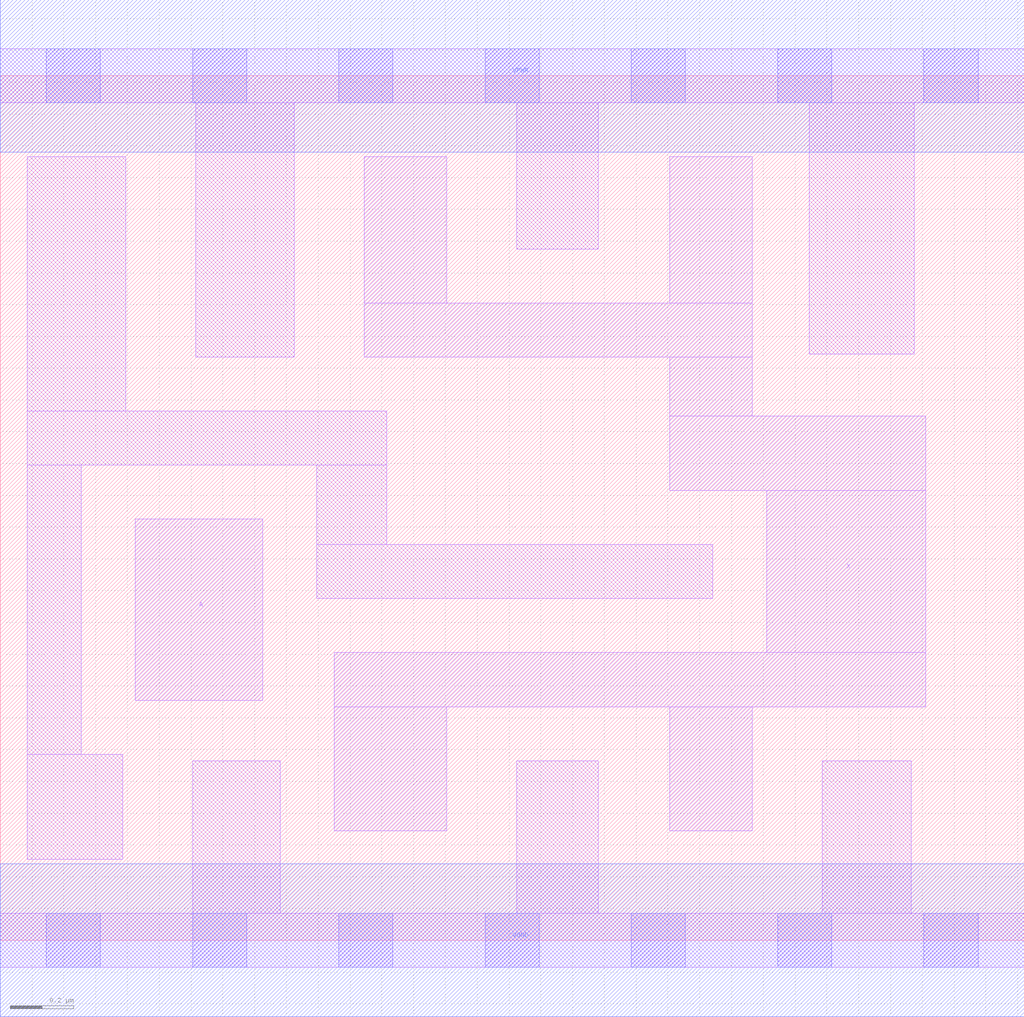
<source format=lef>
# Copyright 2020 The SkyWater PDK Authors
#
# Licensed under the Apache License, Version 2.0 (the "License");
# you may not use this file except in compliance with the License.
# You may obtain a copy of the License at
#
#     https://www.apache.org/licenses/LICENSE-2.0
#
# Unless required by applicable law or agreed to in writing, software
# distributed under the License is distributed on an "AS IS" BASIS,
# WITHOUT WARRANTIES OR CONDITIONS OF ANY KIND, either express or implied.
# See the License for the specific language governing permissions and
# limitations under the License.
#
# SPDX-License-Identifier: Apache-2.0

VERSION 5.7 ;
  NAMESCASESENSITIVE ON ;
  NOWIREEXTENSIONATPIN ON ;
  DIVIDERCHAR "/" ;
  BUSBITCHARS "[]" ;
UNITS
  DATABASE MICRONS 200 ;
END UNITS
PROPERTYDEFINITIONS
  MACRO maskLayoutSubType STRING ;
  MACRO prCellType STRING ;
  MACRO originalViewName STRING ;
END PROPERTYDEFINITIONS
MACRO sky130_fd_sc_hdll__clkbuf_4
  CLASS CORE ;
  FOREIGN sky130_fd_sc_hdll__clkbuf_4 ;
  ORIGIN  0.000000  0.000000 ;
  SIZE  3.220000 BY  2.720000 ;
  SYMMETRY X Y R90 ;
  SITE unithd ;
  PIN A
    ANTENNAGATEAREA  0.243000 ;
    DIRECTION INPUT ;
    USE SIGNAL ;
    PORT
      LAYER li1 ;
        RECT 0.425000 0.755000 0.825000 1.325000 ;
    END
  END A
  PIN X
    ANTENNADIFFAREA  0.898200 ;
    DIRECTION OUTPUT ;
    USE SIGNAL ;
    PORT
      LAYER li1 ;
        RECT 1.050000 0.345000 1.405000 0.735000 ;
        RECT 1.050000 0.735000 2.910000 0.905000 ;
        RECT 1.145000 1.835000 2.365000 2.005000 ;
        RECT 1.145000 2.005000 1.405000 2.465000 ;
        RECT 2.105000 0.345000 2.365000 0.735000 ;
        RECT 2.105000 1.415000 2.910000 1.650000 ;
        RECT 2.105000 1.650000 2.365000 1.835000 ;
        RECT 2.105000 2.005000 2.365000 2.465000 ;
        RECT 2.410000 0.905000 2.910000 1.415000 ;
    END
  END X
  PIN VGND
    DIRECTION INOUT ;
    USE GROUND ;
    PORT
      LAYER met1 ;
        RECT 0.000000 -0.240000 3.220000 0.240000 ;
    END
  END VGND
  PIN VPWR
    DIRECTION INOUT ;
    USE POWER ;
    PORT
      LAYER met1 ;
        RECT 0.000000 2.480000 3.220000 2.960000 ;
    END
  END VPWR
  OBS
    LAYER li1 ;
      RECT 0.000000 -0.085000 3.220000 0.085000 ;
      RECT 0.000000  2.635000 3.220000 2.805000 ;
      RECT 0.085000  0.255000 0.385000 0.585000 ;
      RECT 0.085000  0.585000 0.255000 1.495000 ;
      RECT 0.085000  1.495000 1.215000 1.665000 ;
      RECT 0.085000  1.665000 0.395000 2.465000 ;
      RECT 0.605000  0.085000 0.880000 0.565000 ;
      RECT 0.615000  1.835000 0.925000 2.635000 ;
      RECT 0.995000  1.075000 2.240000 1.245000 ;
      RECT 0.995000  1.245000 1.215000 1.495000 ;
      RECT 1.625000  0.085000 1.880000 0.565000 ;
      RECT 1.625000  2.175000 1.880000 2.635000 ;
      RECT 2.545000  1.845000 2.875000 2.635000 ;
      RECT 2.585000  0.085000 2.865000 0.565000 ;
    LAYER mcon ;
      RECT 0.145000 -0.085000 0.315000 0.085000 ;
      RECT 0.145000  2.635000 0.315000 2.805000 ;
      RECT 0.605000 -0.085000 0.775000 0.085000 ;
      RECT 0.605000  2.635000 0.775000 2.805000 ;
      RECT 1.065000 -0.085000 1.235000 0.085000 ;
      RECT 1.065000  2.635000 1.235000 2.805000 ;
      RECT 1.525000 -0.085000 1.695000 0.085000 ;
      RECT 1.525000  2.635000 1.695000 2.805000 ;
      RECT 1.985000 -0.085000 2.155000 0.085000 ;
      RECT 1.985000  2.635000 2.155000 2.805000 ;
      RECT 2.445000 -0.085000 2.615000 0.085000 ;
      RECT 2.445000  2.635000 2.615000 2.805000 ;
      RECT 2.905000 -0.085000 3.075000 0.085000 ;
      RECT 2.905000  2.635000 3.075000 2.805000 ;
  END
  PROPERTY maskLayoutSubType "abstract" ;
  PROPERTY prCellType "standard" ;
  PROPERTY originalViewName "layout" ;
END sky130_fd_sc_hdll__clkbuf_4
END LIBRARY

</source>
